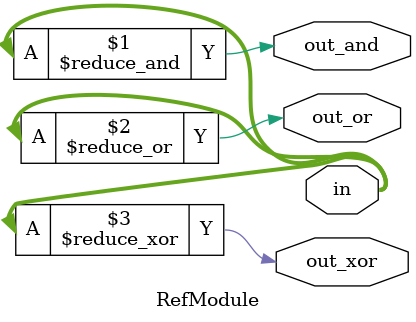
<source format=sv>

module RefModule (
  output [3:0] in,
  output out_and,
  output out_or,
  output out_xor
);

  assign out_and = &in;
  assign out_or = |in;
  assign out_xor = ^in;

endmodule


</source>
